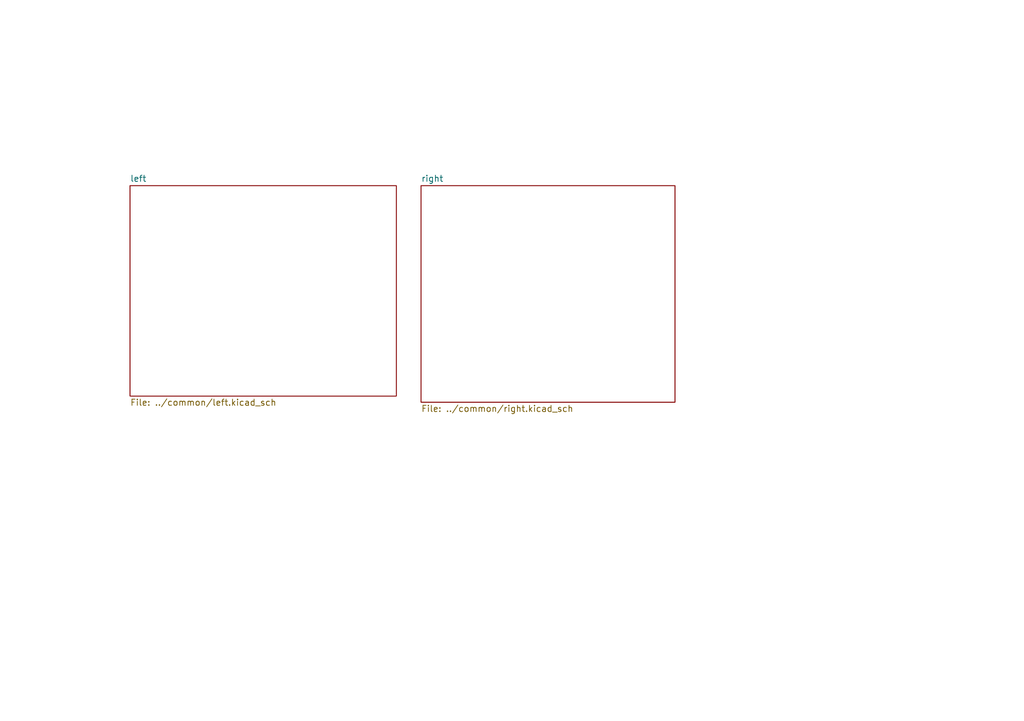
<source format=kicad_sch>
(kicad_sch (version 20230121) (generator eeschema)
  (paper "A5")
  (title_block (title "Corne") (date "2023-09-23") (rev "4.0.0") (company "foostan"))
  (lib_symbols)
  (sheet (at 26.67 38.1) (size 54.61 43.18) (stroke (width 0.1524))
    (property "Sheetname" "left" (at 26.67 37.3884 0) (effects (justify left bottom)))
    (property "Sheetfile" "../common/left.kicad_sch" (at 26.67 81.8646 0) (effects (justify left top)))
  )
  (sheet (at 86.36 38.1) (size 52.07 44.45) (stroke (width 0.1524))
    (property "Sheetname" "right" (at 86.36 37.3884 0) (effects (justify left bottom)))
    (property "Sheetfile" "../common/right.kicad_sch" (at 86.36 83.1346 0) (effects (justify left top)))
  )
)
</source>
